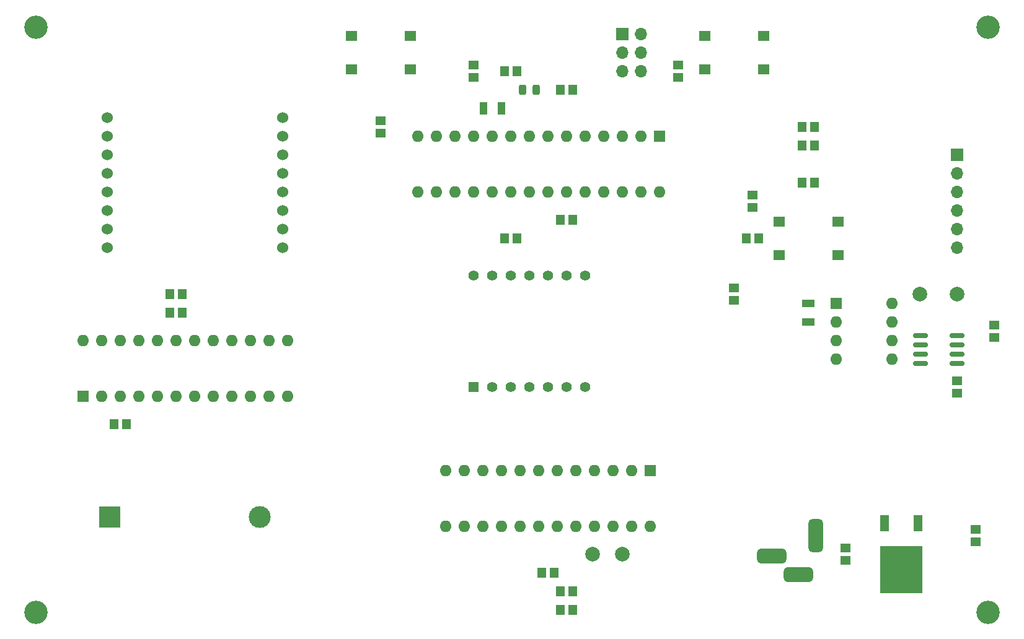
<source format=gbr>
%TF.GenerationSoftware,KiCad,Pcbnew,(6.0.5-0)*%
%TF.CreationDate,2022-07-18T19:56:44-07:00*%
%TF.ProjectId,MartincitoClock,4d617274-696e-4636-9974-6f436c6f636b,rev?*%
%TF.SameCoordinates,PX4b17a20PY8a12ae0*%
%TF.FileFunction,Soldermask,Top*%
%TF.FilePolarity,Negative*%
%FSLAX46Y46*%
G04 Gerber Fmt 4.6, Leading zero omitted, Abs format (unit mm)*
G04 Created by KiCad (PCBNEW (6.0.5-0)) date 2022-07-18 19:56:44*
%MOMM*%
%LPD*%
G01*
G04 APERTURE LIST*
G04 Aperture macros list*
%AMRoundRect*
0 Rectangle with rounded corners*
0 $1 Rounding radius*
0 $2 $3 $4 $5 $6 $7 $8 $9 X,Y pos of 4 corners*
0 Add a 4 corners polygon primitive as box body*
4,1,4,$2,$3,$4,$5,$6,$7,$8,$9,$2,$3,0*
0 Add four circle primitives for the rounded corners*
1,1,$1+$1,$2,$3*
1,1,$1+$1,$4,$5*
1,1,$1+$1,$6,$7*
1,1,$1+$1,$8,$9*
0 Add four rect primitives between the rounded corners*
20,1,$1+$1,$2,$3,$4,$5,0*
20,1,$1+$1,$4,$5,$6,$7,0*
20,1,$1+$1,$6,$7,$8,$9,0*
20,1,$1+$1,$8,$9,$2,$3,0*%
G04 Aperture macros list end*
%ADD10R,1.150000X1.400000*%
%ADD11RoundRect,0.150000X-0.825000X-0.150000X0.825000X-0.150000X0.825000X0.150000X-0.825000X0.150000X0*%
%ADD12C,3.200000*%
%ADD13C,2.000000*%
%ADD14O,1.700000X1.700000*%
%ADD15R,1.700000X1.700000*%
%ADD16R,1.400000X1.150000*%
%ADD17RoundRect,0.243750X-0.243750X-0.456250X0.243750X-0.456250X0.243750X0.456250X-0.243750X0.456250X0*%
%ADD18R,1.800000X1.000000*%
%ADD19R,1.000000X1.800000*%
%ADD20R,1.600000X1.600000*%
%ADD21O,1.600000X1.600000*%
%ADD22C,1.524000*%
%ADD23R,3.000000X3.000000*%
%ADD24C,3.000000*%
%ADD25R,1.200000X2.200000*%
%ADD26R,5.800000X6.400000*%
%ADD27R,1.400000X1.400000*%
%ADD28C,1.400000*%
%ADD29R,1.600000X1.400000*%
%ADD30RoundRect,0.500000X0.500000X-1.750000X0.500000X1.750000X-0.500000X1.750000X-0.500000X-1.750000X0*%
%ADD31RoundRect,0.500000X1.500000X0.500000X-1.500000X0.500000X-1.500000X-0.500000X1.500000X-0.500000X0*%
G04 APERTURE END LIST*
D10*
%TO.C,C6*%
X112610000Y63500000D03*
X110910000Y63500000D03*
%TD*%
D11*
%TO.C,U10*%
X127065000Y42545000D03*
X127065000Y41275000D03*
X127065000Y40005000D03*
X127065000Y38735000D03*
X132015000Y38735000D03*
X132015000Y40005000D03*
X132015000Y41275000D03*
X132015000Y42545000D03*
%TD*%
D12*
%TO.C,H4*%
X136260000Y4780000D03*
%TD*%
D10*
%TO.C,R20*%
X79590000Y76200000D03*
X77890000Y76200000D03*
%TD*%
%TO.C,C16*%
X77890000Y5080000D03*
X79590000Y5080000D03*
%TD*%
%TO.C,C15*%
X24550000Y45720000D03*
X26250000Y45720000D03*
%TD*%
D13*
%TO.C,TP3*%
X132080000Y48260000D03*
%TD*%
D14*
%TO.C,J1*%
X132080000Y54610000D03*
X132080000Y57150000D03*
X132080000Y59690000D03*
X132080000Y62230000D03*
X132080000Y64770000D03*
D15*
X132080000Y67310000D03*
%TD*%
D16*
%TO.C,R7*%
X104140000Y61810000D03*
X104140000Y60110000D03*
%TD*%
D10*
%TO.C,C2*%
X70270000Y55880000D03*
X71970000Y55880000D03*
%TD*%
D16*
%TO.C,R2*%
X53340000Y70270000D03*
X53340000Y71970000D03*
%TD*%
D10*
%TO.C,C9*%
X77890000Y58420000D03*
X79590000Y58420000D03*
%TD*%
D17*
%TO.C,D1*%
X72722500Y76200000D03*
X74597500Y76200000D03*
%TD*%
D18*
%TO.C,Y2*%
X111760000Y44470000D03*
X111760000Y46970000D03*
%TD*%
D10*
%TO.C,C7*%
X71970000Y78740000D03*
X70270000Y78740000D03*
%TD*%
D19*
%TO.C,Y1*%
X69830000Y73660000D03*
X67330000Y73660000D03*
%TD*%
D20*
%TO.C,U3*%
X115580000Y46980000D03*
D21*
X115580000Y44440000D03*
X115580000Y41900000D03*
X115580000Y39360000D03*
X123200000Y39360000D03*
X123200000Y41900000D03*
X123200000Y44440000D03*
X123200000Y46980000D03*
%TD*%
D22*
%TO.C,D2*%
X15940000Y72390000D03*
X15940000Y69850000D03*
X15940000Y67310000D03*
X15940000Y64770000D03*
X15940000Y62230000D03*
X15940000Y59690000D03*
X15940000Y57150000D03*
X15940000Y54610000D03*
X39940000Y54610000D03*
X39940000Y57150000D03*
X39940000Y59690000D03*
X39940000Y62230000D03*
X39940000Y64770000D03*
X39940000Y67310000D03*
X39940000Y69850000D03*
X39940000Y72390000D03*
%TD*%
D10*
%TO.C,C14*%
X24550000Y48260000D03*
X26250000Y48260000D03*
%TD*%
D16*
%TO.C,R6*%
X101600000Y49110000D03*
X101600000Y47410000D03*
%TD*%
D20*
%TO.C,U1*%
X91440000Y69840000D03*
D21*
X88900000Y69840000D03*
X86360000Y69840000D03*
X83820000Y69840000D03*
X81280000Y69840000D03*
X78740000Y69840000D03*
X76200000Y69840000D03*
X73660000Y69840000D03*
X71120000Y69840000D03*
X68580000Y69840000D03*
X66040000Y69840000D03*
X63500000Y69840000D03*
X60960000Y69840000D03*
X58420000Y69840000D03*
X58420000Y62220000D03*
X60960000Y62220000D03*
X63500000Y62220000D03*
X66040000Y62220000D03*
X68580000Y62220000D03*
X71120000Y62220000D03*
X73660000Y62220000D03*
X76200000Y62220000D03*
X78740000Y62220000D03*
X81280000Y62220000D03*
X83820000Y62220000D03*
X86360000Y62220000D03*
X88900000Y62220000D03*
X91440000Y62220000D03*
%TD*%
D16*
%TO.C,C8*%
X66040000Y79590000D03*
X66040000Y77890000D03*
%TD*%
D12*
%TO.C,H2*%
X136260000Y84780000D03*
%TD*%
%TO.C,H3*%
X6260000Y4780000D03*
%TD*%
D10*
%TO.C,R21*%
X77050000Y10160000D03*
X75350000Y10160000D03*
%TD*%
D23*
%TO.C,BT1*%
X16326314Y17779983D03*
D24*
X36816314Y17779983D03*
%TD*%
D25*
%TO.C,U2*%
X126740000Y16900000D03*
D26*
X124460000Y10600000D03*
D25*
X122180000Y16900000D03*
%TD*%
D16*
%TO.C,R1*%
X93980000Y79590000D03*
X93980000Y77890000D03*
%TD*%
D12*
%TO.C,H1*%
X6260000Y84780000D03*
%TD*%
D27*
%TO.C,DS5*%
X66040000Y35560000D03*
D28*
X68580000Y35560000D03*
X71120000Y35560000D03*
X73660000Y35560000D03*
X76200000Y35560000D03*
X78740000Y35560000D03*
X81280000Y35560000D03*
X81280000Y50800000D03*
X78740000Y50800000D03*
X76200000Y50800000D03*
X73660000Y50800000D03*
X71120000Y50800000D03*
X68580000Y50800000D03*
X66040000Y50800000D03*
%TD*%
D29*
%TO.C,SW1*%
X115760000Y58130000D03*
X107760000Y58130000D03*
X115760000Y53630000D03*
X107760000Y53630000D03*
%TD*%
D15*
%TO.C,J5*%
X86360000Y83820000D03*
D14*
X88900000Y83820000D03*
X86360000Y81280000D03*
X88900000Y81280000D03*
X86360000Y78740000D03*
X88900000Y78740000D03*
%TD*%
D16*
%TO.C,R17*%
X132080000Y34710000D03*
X132080000Y36410000D03*
%TD*%
D20*
%TO.C,U6*%
X90175000Y24120000D03*
D21*
X87635000Y24120000D03*
X85095000Y24120000D03*
X82555000Y24120000D03*
X80015000Y24120000D03*
X77475000Y24120000D03*
X74935000Y24120000D03*
X72395000Y24120000D03*
X69855000Y24120000D03*
X67315000Y24120000D03*
X64775000Y24120000D03*
X62235000Y24120000D03*
X62235000Y16500000D03*
X64775000Y16500000D03*
X67315000Y16500000D03*
X69855000Y16500000D03*
X72395000Y16500000D03*
X74935000Y16500000D03*
X77475000Y16500000D03*
X80015000Y16500000D03*
X82555000Y16500000D03*
X85095000Y16500000D03*
X87635000Y16500000D03*
X90175000Y16500000D03*
%TD*%
D10*
%TO.C,C17*%
X77890000Y7620000D03*
X79590000Y7620000D03*
%TD*%
D13*
%TO.C,TP1*%
X82310000Y12700000D03*
%TD*%
D29*
%TO.C,SW2*%
X105600000Y83530000D03*
X97600000Y83530000D03*
X105600000Y79030000D03*
X97600000Y79030000D03*
%TD*%
D10*
%TO.C,R5*%
X104990000Y55880000D03*
X103290000Y55880000D03*
%TD*%
%TO.C,R13*%
X112610000Y71120000D03*
X110910000Y71120000D03*
%TD*%
D29*
%TO.C,SW3*%
X57340000Y83530000D03*
X49340000Y83530000D03*
X57340000Y79030000D03*
X49340000Y79030000D03*
%TD*%
D13*
%TO.C,TP4*%
X127000000Y48260000D03*
%TD*%
D16*
%TO.C,C12*%
X134620000Y14390000D03*
X134620000Y16090000D03*
%TD*%
D13*
%TO.C,TP2*%
X86360000Y12700000D03*
%TD*%
D20*
%TO.C,U4*%
X12700000Y34300000D03*
D21*
X15240000Y34300000D03*
X17780000Y34300000D03*
X20320000Y34300000D03*
X22860000Y34300000D03*
X25400000Y34300000D03*
X27940000Y34300000D03*
X30480000Y34300000D03*
X33020000Y34300000D03*
X35560000Y34300000D03*
X38100000Y34300000D03*
X40640000Y34300000D03*
X40640000Y41920000D03*
X38100000Y41920000D03*
X35560000Y41920000D03*
X33020000Y41920000D03*
X30480000Y41920000D03*
X27940000Y41920000D03*
X25400000Y41920000D03*
X22860000Y41920000D03*
X20320000Y41920000D03*
X17780000Y41920000D03*
X15240000Y41920000D03*
X12700000Y41920000D03*
%TD*%
D16*
%TO.C,C1*%
X116840000Y11850000D03*
X116840000Y13550000D03*
%TD*%
D10*
%TO.C,R12*%
X112610000Y68580000D03*
X110910000Y68580000D03*
%TD*%
%TO.C,R10*%
X16930000Y30480000D03*
X18630000Y30480000D03*
%TD*%
D16*
%TO.C,R16*%
X137160000Y44030000D03*
X137160000Y42330000D03*
%TD*%
D30*
%TO.C,J2*%
X112720000Y15240000D03*
D31*
X110420000Y9940000D03*
X106720000Y12440000D03*
%TD*%
M02*

</source>
